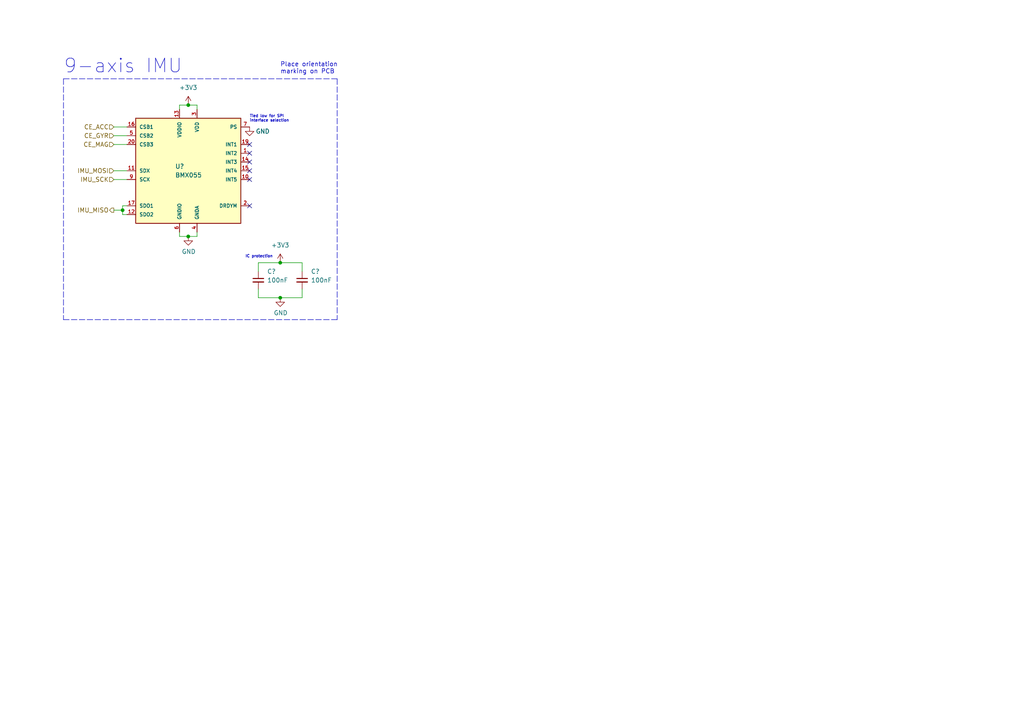
<source format=kicad_sch>
(kicad_sch (version 20211123) (generator eeschema)
  (paper "A4")
  (lib_symbols
    (symbol "BMX055:BMX055" (pin_names (offset 1.016))
      (property "Reference" "U" (at -15.24 17.78 0))
      (property "Value" "BMX055" (at -15.2654 -17.8054 0))
      (symbol "BMX055_0_0"
        (rectangle (start -15.24 -15.24) (end 15.24 15.24) (stroke (width 0.254)) (fill (type background)))
        (pin bidirectional line (at 17.78 5.08 180) (length 2.54) (name "INT2") (number "1"))
        (pin bidirectional line (at 17.78 -2.54 180) (length 2.54) (name "INT5") (number "10"))
        (pin bidirectional line (at -17.78 0 0) (length 2.54) (name "SDX") (number "11"))
        (pin bidirectional line (at -17.78 -12.7 0) (length 2.54) (name "SDO2") (number "12"))
        (pin bidirectional line (at -2.54 17.78 270) (length 2.54) (name "VDDIO") (number "13"))
        (pin bidirectional line (at 17.78 2.54 180) (length 2.54) (name "INT3") (number "14"))
        (pin bidirectional line (at 17.78 0 180) (length 2.54) (name "INT4") (number "15"))
        (pin bidirectional line (at -17.78 12.7 0) (length 2.54) (name "CSB1") (number "16"))
        (pin bidirectional line (at -17.78 -10.16 0) (length 2.54) (name "SDO1") (number "17"))
        (pin bidirectional line (at 17.78 7.62 180) (length 2.54) (name "INT1") (number "19"))
        (pin bidirectional line (at 17.78 -10.16 180) (length 2.54) (name "DRDYM") (number "2"))
        (pin bidirectional line (at -17.78 7.62 0) (length 2.54) (name "CSB3") (number "20"))
        (pin bidirectional line (at 2.54 17.78 270) (length 2.54) (name "VDD") (number "3"))
        (pin bidirectional line (at 2.54 -17.78 90) (length 2.54) (name "GNDA") (number "4"))
        (pin bidirectional line (at -17.78 10.16 0) (length 2.54) (name "CSB2") (number "5"))
        (pin bidirectional line (at -2.54 -17.78 90) (length 2.54) (name "GNDIO") (number "6"))
        (pin bidirectional line (at 17.78 12.7 180) (length 2.54) (name "PS") (number "7"))
        (pin bidirectional line (at -17.78 -2.54 0) (length 2.54) (name "SCX") (number "9"))
      )
    )
    (symbol "Device:C_Small" (pin_numbers hide) (pin_names (offset 0.254) hide)
      (property "Reference" "C" (at 0.254 1.778 0))
      (property "Value" "C_Small" (at 0.254 -2.032 0))
      (symbol "C_Small_0_1"
        (polyline (pts (xy -1.524 -0.508) (xy 1.524 -0.508)) (stroke (width 0.3302)))
        (polyline (pts (xy -1.524 0.508) (xy 1.524 0.508)) (stroke (width 0.3048)))
      )
      (symbol "C_Small_1_1"
        (pin passive line (at 0 2.54 270) (length 2.032) (name "~") (number "1"))
        (pin passive line (at 0 -2.54 90) (length 2.032) (name "~") (number "2"))
      )
    )
    (symbol "power:+3.3V" (power) (pin_names (offset 0))
      (property "Value" "+3.3V" (at 0 3.556 0))
      (symbol "+3.3V_0_1"
        (polyline (pts (xy -0.762 1.27) (xy 0 2.54)))
        (polyline (pts (xy 0 0) (xy 0 2.54)))
        (polyline (pts (xy 0 2.54) (xy 0.762 1.27)))
      )
      (symbol "+3.3V_1_1"
        (pin power_in line (at 0 0 90) (length 0) hide (name "+3V3") (number "1"))
      )
    )
    (symbol "power:GND" (power) (pin_names (offset 0))
      (property "Value" "GND" (at 0 -3.81 0))
      (symbol "GND_0_1"
        (polyline (pts (xy 0 0) (xy 0 -1.27) (xy 1.27 -1.27) (xy 0 -2.54) (xy -1.27 -1.27) (xy 0 -1.27)))
      )
      (symbol "GND_1_1"
        (pin power_in line (at 0 0 270) (length 0) hide (name "GND") (number "1"))
      )
    )
  )
  (junction (at 35.56 60.96))
  (junction (at 81.28 76.2))
  (junction (at 54.61 30.48))
  (junction (at 54.61 68.58))
  (junction (at 81.28 86.36))
  (no_connect (at 72.39 41.91))
  (no_connect (at 72.39 59.69))
  (no_connect (at 72.39 46.99))
  (no_connect (at 72.39 49.53))
  (no_connect (at 72.39 52.07))
  (no_connect (at 72.39 44.45))
  (wire (pts (xy 52.07 31.75) (xy 52.07 30.48)))
  (polyline (pts (xy 18.415 22.86) (xy 18.415 92.71)))
  (polyline (pts (xy 97.79 92.71) (xy 18.415 92.71)))
  (wire (pts (xy 33.02 36.83) (xy 36.83 36.83)))
  (wire (pts (xy 57.15 68.58) (xy 54.61 68.58)))
  (wire (pts (xy 35.56 62.23) (xy 36.83 62.23)))
  (wire (pts (xy 57.15 67.31) (xy 57.15 68.58)))
  (wire (pts (xy 33.02 39.37) (xy 36.83 39.37)))
  (wire (pts (xy 87.63 76.2) (xy 87.63 78.74)))
  (wire (pts (xy 81.28 86.36) (xy 87.63 86.36)))
  (wire (pts (xy 35.56 60.96) (xy 35.56 62.23)))
  (wire (pts (xy 74.93 86.36) (xy 81.28 86.36)))
  (wire (pts (xy 33.02 52.07) (xy 36.83 52.07)))
  (wire (pts (xy 74.93 83.82) (xy 74.93 86.36)))
  (wire (pts (xy 33.02 41.91) (xy 36.83 41.91)))
  (wire (pts (xy 57.15 30.48) (xy 57.15 31.75)))
  (wire (pts (xy 54.61 30.48) (xy 57.15 30.48)))
  (wire (pts (xy 52.07 68.58) (xy 54.61 68.58)))
  (wire (pts (xy 33.02 49.53) (xy 36.83 49.53)))
  (wire (pts (xy 52.07 30.48) (xy 54.61 30.48)))
  (wire (pts (xy 81.28 76.2) (xy 74.93 76.2)))
  (wire (pts (xy 74.93 76.2) (xy 74.93 78.74)))
  (polyline (pts (xy 97.79 22.86) (xy 97.79 92.71)))
  (polyline (pts (xy 18.415 22.86) (xy 97.79 22.86)))
  (wire (pts (xy 52.07 67.31) (xy 52.07 68.58)))
  (wire (pts (xy 81.28 76.2) (xy 87.63 76.2)))
  (wire (pts (xy 35.56 59.69) (xy 36.83 59.69)))
  (wire (pts (xy 33.02 60.96) (xy 35.56 60.96)))
  (wire (pts (xy 87.63 86.36) (xy 87.63 83.82)))
  (wire (pts (xy 35.56 60.96) (xy 35.56 59.69)))
  (text "Place orientation \nmarking on PCB" (at 81.28 21.59 0) (effects (font (size 1.27 1.27)) (justify left bottom)))
  (text "Tied low for SPI\ninterface selection" (at 72.39 35.56 0) (effects (font (size 0.8 0.8)) (justify left bottom)))
  (text "IC protection" (at 71.12 74.93 0) (effects (font (size 0.8 0.8)) (justify left bottom)))
  (text "9-axis IMU" (at 18.415 21.59 0) (effects (font (size 3.9878 3.9878)) (justify left bottom)))
  (hierarchical_label "IMU_MISO" (shape output) (at 33.02 60.96 180))
  (hierarchical_label "CE_GYR" (shape input) (at 33.02 39.37 180))
  (hierarchical_label "IMU_MOSI" (shape input) (at 33.02 49.53 180))
  (hierarchical_label "CE_MAG" (shape input) (at 33.02 41.91 180))
  (hierarchical_label "IMU_SCK" (shape input) (at 33.02 52.07 180))
  (hierarchical_label "CE_ACC" (shape input) (at 33.02 36.83 180))
  (symbol (lib_id "power:GND") (at 72.39 36.83 0) (unit 1)
    (property "Reference" "#PWR?" (effects hide))
  )
  (symbol (lib_id "power:+3.3V") (at 81.28 76.2 0) (unit 1)
    (property "Reference" "#PWR?" (effects hide))
    (property "Value" "+3.3V" (at 81.28 71.12 0))
  )
  (symbol (lib_id "BMX055:BMX055") (at 54.61 49.53 0) (unit 1)
    (property "Reference" "U?" (at 50.8 48.26 0) (effects (justify left)))
    (property "Value" "BMX055" (at 50.8 50.8 0) (effects (justify left)))
    (property "Footprint" "Local_footprints:BMX055" (effects hide))
    (property "Datasheet" "https://datasheet.lcsc.com/lcsc/1811071031_Bosch-Sensortec-BMX055_C94022.pdf" (effects hide))
    (property "LCSC#" "C94022" (effects hide))
  )
  (symbol (lib_id "power:GND") (at 81.28 86.36 0) (unit 1)
    (property "Reference" "#PWR?" (effects hide))
    (property "Value" "GND" (at 81.407 90.7542 0))
  )
  (symbol (lib_id "power:+3.3V") (at 54.61 30.48 0) (unit 1)
    (property "Reference" "#PWR?" (effects hide))
    (property "Value" "+3.3V" (at 54.61 25.4 0))
  )
  (symbol (lib_id "power:GND") (at 54.61 68.58 0) (unit 1)
    (property "Reference" "#PWR?" (effects hide))
    (property "Value" "GND" (at 54.737 72.9742 0))
  )
  (symbol (lib_id "Device:C_Small") (at 87.63 81.28 0) (unit 1)
    (property "Reference" "C?" (at 90.17 78.74 0) (effects (justify left)))
    (property "Value" "100nF" (at 90.17 81.28 0) (effects (justify left)))
    (property "Footprint" "Capacitor_SMD:C_0603_1608Metric" (effects hide))
  )
  (symbol (lib_id "Device:C_Small") (at 74.93 81.28 0) (unit 1)
    (property "Reference" "C?" (at 77.47 78.74 0) (effects (justify left)))
    (property "Value" "100nF" (at 77.47 81.28 0) (effects (justify left)))
    (property "Footprint" "Capacitor_SMD:C_0603_1608Metric" (effects hide))
  )
)
</source>
